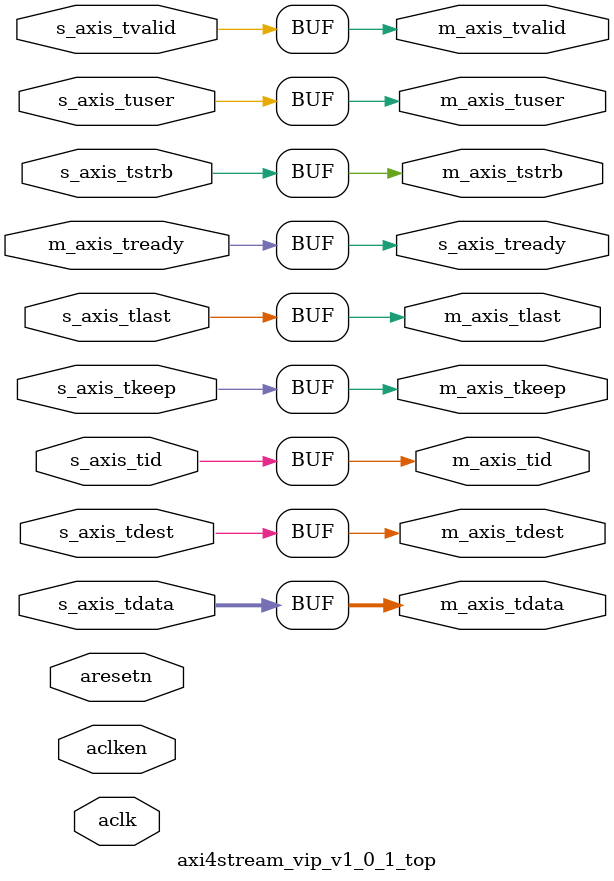
<source format=sv>

`timescale 1ps/1ps

(* DowngradeIPIdentifiedWarnings="yes" *) 
module axi4stream_vip_v1_0_1_top #
  (
   parameter [31:0]  C_AXI4STREAM_SIGNAL_SET         = 32'h03,
   parameter integer C_AXI4STREAM_INTERFACE_MODE     = 1,  //master, slave and bypass
   parameter integer C_AXI4STREAM_DATA_WIDTH        = 8,
   parameter integer C_AXI4STREAM_USER_BITS_PER_BYTE = 0,
   parameter integer C_AXI4STREAM_ID_WIDTH          = 0,
   parameter integer C_AXI4STREAM_DEST_WIDTH        = 0,
   parameter integer C_AXI4STREAM_USER_WIDTH        = 0,
   parameter integer C_AXI4STREAM_HAS_ARESETN       = 0
   )
  (
   // System Signals
   input wire aclk,
   input wire aresetn,
   input wire aclken,

   // Slave side
   input  wire                              s_axis_tvalid,
   output wire                              s_axis_tready,
   input  wire [C_AXI4STREAM_DATA_WIDTH==0? 0:C_AXI4STREAM_DATA_WIDTH-1:0]     s_axis_tdata,
   input  wire [C_AXI4STREAM_DATA_WIDTH/8==0? 0:C_AXI4STREAM_DATA_WIDTH/8-1:0]   s_axis_tstrb,
   input  wire [C_AXI4STREAM_DATA_WIDTH/8==0? 0:C_AXI4STREAM_DATA_WIDTH/8-1:0]   s_axis_tkeep,
   input  wire                              s_axis_tlast,
   input  wire [C_AXI4STREAM_ID_WIDTH==0? 0:C_AXI4STREAM_ID_WIDTH-1:0]         s_axis_tid,
   input  wire [C_AXI4STREAM_DEST_WIDTH==0? 0:C_AXI4STREAM_DEST_WIDTH-1:0]     s_axis_tdest,
   input  wire [C_AXI4STREAM_USER_WIDTH==0? 0:C_AXI4STREAM_USER_WIDTH-1:0]     s_axis_tuser,

   // Master side
   output wire                              m_axis_tvalid,
   input  wire                              m_axis_tready,
   output wire [C_AXI4STREAM_DATA_WIDTH==0? 0:C_AXI4STREAM_DATA_WIDTH-1:0]     m_axis_tdata,
   output wire [C_AXI4STREAM_DATA_WIDTH/8==0? 0:C_AXI4STREAM_DATA_WIDTH/8-1:0]   m_axis_tstrb,
   output wire [C_AXI4STREAM_DATA_WIDTH/8==0? 0:C_AXI4STREAM_DATA_WIDTH/8-1:0]   m_axis_tkeep,
   output wire                              m_axis_tlast,
   output wire [C_AXI4STREAM_ID_WIDTH==0? 0:C_AXI4STREAM_ID_WIDTH-1:0]         m_axis_tid,
   output wire [C_AXI4STREAM_DEST_WIDTH==0? 0:C_AXI4STREAM_DEST_WIDTH-1:0]     m_axis_tdest,
   output wire [C_AXI4STREAM_USER_WIDTH==0? 0:C_AXI4STREAM_USER_WIDTH-1:0]     m_axis_tuser
     );

    //output for slave side, 0 or interface signal(mux)
  assign s_axis_tready =  (C_AXI4STREAM_INTERFACE_MODE ==1 )? m_axis_tready : {1'b0};

  //output for master side, 0 or interface(mux)
  assign m_axis_tvalid = (C_AXI4STREAM_INTERFACE_MODE ==1 )? s_axis_tvalid : {1'b0};
  assign m_axis_tdata  = (C_AXI4STREAM_INTERFACE_MODE ==1 )? s_axis_tdata : {C_AXI4STREAM_DATA_WIDTH==0? 1:C_AXI4STREAM_DATA_WIDTH{1'b0}};
  assign m_axis_tstrb  =(C_AXI4STREAM_INTERFACE_MODE ==1 )? s_axis_tstrb : {C_AXI4STREAM_DATA_WIDTH/8==0? 1:(C_AXI4STREAM_DATA_WIDTH/8){1'b0}};
  assign m_axis_tkeep  =  (C_AXI4STREAM_INTERFACE_MODE ==1 )? s_axis_tkeep : {C_AXI4STREAM_DATA_WIDTH/8==0? 1:(C_AXI4STREAM_DATA_WIDTH/8){1'b0}};
  assign m_axis_tlast  = (C_AXI4STREAM_INTERFACE_MODE ==1 )? s_axis_tlast : {1'b0};
  assign m_axis_tid    = (C_AXI4STREAM_INTERFACE_MODE ==1 )? s_axis_tid: {C_AXI4STREAM_ID_WIDTH==0? 1: C_AXI4STREAM_ID_WIDTH{1'b0}};
  assign m_axis_tdest  = (C_AXI4STREAM_INTERFACE_MODE ==1 )? s_axis_tdest : {(C_AXI4STREAM_DEST_WIDTH==0? 1: C_AXI4STREAM_DEST_WIDTH){1'b0}};
  assign m_axis_tuser  =  (C_AXI4STREAM_INTERFACE_MODE ==1 )? s_axis_tuser: {(C_AXI4STREAM_USER_WIDTH==0? 1: C_AXI4STREAM_USER_WIDTH){1'b0}}; 

endmodule : axi4stream_vip_v1_0_1_top



</source>
